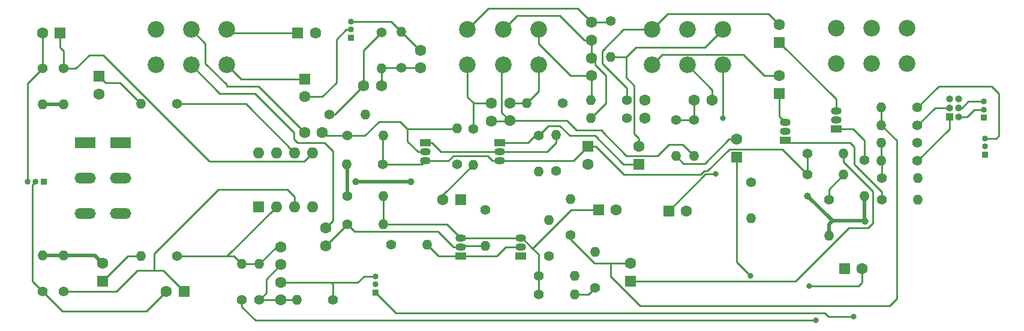
<source format=gbr>
%TF.GenerationSoftware,KiCad,Pcbnew,(5.1.6-0-10_14)*%
%TF.CreationDate,2020-08-17T21:01:39+02:00*%
%TF.ProjectId,MIXER V2 PCB,4d495845-5220-4563-9220-5043422e6b69,rev?*%
%TF.SameCoordinates,Original*%
%TF.FileFunction,Copper,L2,Bot*%
%TF.FilePolarity,Positive*%
%FSLAX46Y46*%
G04 Gerber Fmt 4.6, Leading zero omitted, Abs format (unit mm)*
G04 Created by KiCad (PCBNEW (5.1.6-0-10_14)) date 2020-08-17 21:01:39*
%MOMM*%
%LPD*%
G01*
G04 APERTURE LIST*
%TA.AperFunction,ComponentPad*%
%ADD10R,1.000000X1.000000*%
%TD*%
%TA.AperFunction,ComponentPad*%
%ADD11O,1.000000X1.000000*%
%TD*%
%TA.AperFunction,ComponentPad*%
%ADD12C,0.850000*%
%TD*%
%TA.AperFunction,ComponentPad*%
%ADD13O,0.850000X0.850000*%
%TD*%
%TA.AperFunction,ComponentPad*%
%ADD14R,0.850000X0.850000*%
%TD*%
%TA.AperFunction,ComponentPad*%
%ADD15O,1.400000X1.400000*%
%TD*%
%TA.AperFunction,ComponentPad*%
%ADD16C,1.400000*%
%TD*%
%TA.AperFunction,ComponentPad*%
%ADD17C,1.600000*%
%TD*%
%TA.AperFunction,ComponentPad*%
%ADD18R,1.600000X1.600000*%
%TD*%
%TA.AperFunction,ComponentPad*%
%ADD19R,1.500000X1.050000*%
%TD*%
%TA.AperFunction,ComponentPad*%
%ADD20O,1.500000X1.050000*%
%TD*%
%TA.AperFunction,ComponentPad*%
%ADD21C,2.340000*%
%TD*%
%TA.AperFunction,ComponentPad*%
%ADD22O,1.600000X1.600000*%
%TD*%
%TA.AperFunction,ComponentPad*%
%ADD23R,3.000000X1.500000*%
%TD*%
%TA.AperFunction,ComponentPad*%
%ADD24O,3.000000X1.500000*%
%TD*%
%TA.AperFunction,ViaPad*%
%ADD25C,1.000000*%
%TD*%
%TA.AperFunction,ViaPad*%
%ADD26C,0.800000*%
%TD*%
%TA.AperFunction,Conductor*%
%ADD27C,0.250000*%
%TD*%
%TA.AperFunction,Conductor*%
%ADD28C,0.500000*%
%TD*%
G04 APERTURE END LIST*
D10*
%TO.P,SW3,1*%
%TO.N,Net-(R54-Pad1)*%
X232000000Y-50300000D03*
D11*
%TO.P,SW3,2*%
%TO.N,Net-(J4-Pad2)*%
X233270000Y-50300000D03*
%TO.P,SW3,3*%
%TO.N,Net-(R53-Pad1)*%
X232000000Y-49030000D03*
%TO.P,SW3,4*%
%TO.N,Net-(J4-Pad1)*%
X233270000Y-49030000D03*
%TO.P,SW3,5*%
%TO.N,N/C*%
X232000000Y-47760000D03*
%TO.P,SW3,6*%
X233270000Y-47760000D03*
%TD*%
D12*
%TO.P,J1,1*%
%TO.N,Net-(C24-Pad2)*%
X101873000Y-59500000D03*
D13*
%TO.P,J1,2*%
%TO.N,Net-(C23-Pad2)*%
X103000000Y-59500000D03*
D14*
%TO.P,J1,3*%
%TO.N,GND*%
X104159000Y-59500000D03*
%TD*%
D13*
%TO.P,SW2,3*%
%TO.N,Net-(C30-Pad1)*%
X147500000Y-36841000D03*
%TO.P,SW2,2*%
%TO.N,Net-(C32-Pad2)*%
X147500000Y-38000000D03*
D14*
%TO.P,SW2,1*%
%TO.N,Net-(RV3-Pad4)*%
X147500000Y-39127000D03*
%TD*%
%TO.P,SW1,1*%
%TO.N,Net-(RV3-Pad1)*%
X151000000Y-75127000D03*
D13*
%TO.P,SW1,2*%
%TO.N,Net-(C31-Pad2)*%
X151000000Y-74000000D03*
%TO.P,SW1,3*%
%TO.N,Net-(C29-Pad1)*%
X151000000Y-72841000D03*
%TD*%
D14*
%TO.P,J2,3*%
%TO.N,GND*%
X237000000Y-55659000D03*
D13*
%TO.P,J2,2*%
%TO.N,Net-(J2-Pad2)*%
X237000000Y-54500000D03*
D12*
%TO.P,J2,1*%
%TO.N,Net-(J2-Pad1)*%
X237000000Y-53373000D03*
%TD*%
%TO.P,J4,1*%
%TO.N,Net-(J4-Pad1)*%
X236900000Y-48173000D03*
D13*
%TO.P,J4,2*%
%TO.N,Net-(J4-Pad2)*%
X236900000Y-49300000D03*
D14*
%TO.P,J4,3*%
%TO.N,GND*%
X236900000Y-50459000D03*
%TD*%
D15*
%TO.P,R43,2*%
%TO.N,Net-(C21-Pad2)*%
X222420000Y-49000000D03*
D16*
%TO.P,R43,1*%
%TO.N,Net-(J2-Pad1)*%
X227500000Y-49000000D03*
%TD*%
D17*
%TO.P,C1,1*%
%TO.N,Net-(C1-Pad1)*%
X143500000Y-52500000D03*
%TO.P,C1,2*%
%TO.N,Net-(C1-Pad2)*%
X141000000Y-52500000D03*
%TD*%
%TO.P,C2,2*%
%TO.N,Net-(C2-Pad2)*%
X144000000Y-66000000D03*
%TO.P,C2,1*%
%TO.N,Net-(C2-Pad1)*%
X144000000Y-68500000D03*
%TD*%
%TO.P,C3,2*%
%TO.N,GND*%
X181000000Y-57000000D03*
D18*
%TO.P,C3,1*%
%TO.N,Net-(C3-Pad1)*%
X181000000Y-54500000D03*
%TD*%
D17*
%TO.P,C4,2*%
%TO.N,Net-(C4-Pad2)*%
X188200000Y-54500000D03*
D18*
%TO.P,C4,1*%
%TO.N,Net-(C4-Pad1)*%
X188200000Y-57000000D03*
%TD*%
D17*
%TO.P,C5,2*%
%TO.N,GND*%
X185000000Y-63500000D03*
D18*
%TO.P,C5,1*%
%TO.N,Net-(C5-Pad1)*%
X182500000Y-63500000D03*
%TD*%
D17*
%TO.P,C6,2*%
%TO.N,Net-(C6-Pad2)*%
X160500000Y-62000000D03*
D18*
%TO.P,C6,1*%
%TO.N,Net-(C6-Pad1)*%
X163000000Y-62000000D03*
%TD*%
D17*
%TO.P,C7,1*%
%TO.N,Net-(C7-Pad1)*%
X181500000Y-37000000D03*
%TO.P,C7,2*%
%TO.N,Net-(C11-Pad2)*%
X181500000Y-39500000D03*
%TD*%
%TO.P,C8,1*%
%TO.N,Net-(C8-Pad1)*%
X167334999Y-48400000D03*
%TO.P,C8,2*%
%TO.N,Net-(C12-Pad2)*%
X167334999Y-50900000D03*
%TD*%
%TO.P,C9,1*%
%TO.N,Net-(C9-Pad1)*%
X189000000Y-50500000D03*
%TO.P,C9,2*%
%TO.N,Net-(C9-Pad2)*%
X189000000Y-48000000D03*
%TD*%
%TO.P,C10,1*%
%TO.N,Net-(C10-Pad1)*%
X196000000Y-48000000D03*
%TO.P,C10,2*%
%TO.N,Net-(C10-Pad2)*%
X198500000Y-48000000D03*
%TD*%
%TO.P,C11,2*%
%TO.N,Net-(C11-Pad2)*%
X181500000Y-42000000D03*
%TO.P,C11,1*%
%TO.N,Net-(C11-Pad1)*%
X181500000Y-44500000D03*
%TD*%
%TO.P,C12,2*%
%TO.N,Net-(C12-Pad2)*%
X169950000Y-50850000D03*
%TO.P,C12,1*%
%TO.N,Net-(C12-Pad1)*%
X169950000Y-48350000D03*
%TD*%
D18*
%TO.P,C15,1*%
%TO.N,Net-(C15-Pad1)*%
X217200000Y-71800000D03*
D17*
%TO.P,C15,2*%
%TO.N,Net-(C15-Pad2)*%
X219700000Y-71800000D03*
%TD*%
%TO.P,C16,2*%
%TO.N,Net-(C16-Pad2)*%
X202000000Y-53500000D03*
D18*
%TO.P,C16,1*%
%TO.N,Net-(C16-Pad1)*%
X202000000Y-56000000D03*
%TD*%
%TO.P,C17,1*%
%TO.N,Net-(C17-Pad1)*%
X208000000Y-39800000D03*
D17*
%TO.P,C17,2*%
%TO.N,Net-(C17-Pad2)*%
X208000000Y-37300000D03*
%TD*%
D18*
%TO.P,C18,1*%
%TO.N,Net-(C18-Pad1)*%
X208000000Y-47000000D03*
D17*
%TO.P,C18,2*%
%TO.N,Net-(C18-Pad2)*%
X208000000Y-44500000D03*
%TD*%
D18*
%TO.P,C21,1*%
%TO.N,Net-(C17-Pad1)*%
X187000000Y-73500000D03*
D17*
%TO.P,C21,2*%
%TO.N,Net-(C21-Pad2)*%
X187000000Y-71000000D03*
%TD*%
D18*
%TO.P,C22,1*%
%TO.N,Net-(C18-Pad1)*%
X192400000Y-63600000D03*
D17*
%TO.P,C22,2*%
%TO.N,Net-(C22-Pad2)*%
X194900000Y-63600000D03*
%TD*%
D18*
%TO.P,C23,1*%
%TO.N,Net-(C23-Pad1)*%
X124000000Y-75000000D03*
D17*
%TO.P,C23,2*%
%TO.N,Net-(C23-Pad2)*%
X121500000Y-75000000D03*
%TD*%
%TO.P,C24,2*%
%TO.N,Net-(C24-Pad2)*%
X104000000Y-38500000D03*
D18*
%TO.P,C24,1*%
%TO.N,Net-(C24-Pad1)*%
X106500000Y-38500000D03*
%TD*%
%TO.P,C25,1*%
%TO.N,Net-(C25-Pad1)*%
X112500000Y-73500000D03*
D17*
%TO.P,C25,2*%
%TO.N,GND*%
X112500000Y-71000000D03*
%TD*%
%TO.P,C26,2*%
%TO.N,GND*%
X112000000Y-47100000D03*
D18*
%TO.P,C26,1*%
%TO.N,Net-(C26-Pad1)*%
X112000000Y-44600000D03*
%TD*%
D17*
%TO.P,C27,2*%
%TO.N,Net-(C27-Pad2)*%
X137650000Y-68700000D03*
%TO.P,C27,1*%
%TO.N,Net-(C27-Pad1)*%
X137650000Y-71200000D03*
%TD*%
%TO.P,C28,1*%
%TO.N,Net-(C28-Pad1)*%
X151850000Y-45900000D03*
%TO.P,C28,2*%
%TO.N,Net-(C28-Pad2)*%
X149350000Y-45900000D03*
%TD*%
%TO.P,C29,1*%
%TO.N,Net-(C29-Pad1)*%
X137650000Y-73700000D03*
%TO.P,C29,2*%
%TO.N,Net-(C27-Pad1)*%
X137650000Y-76200000D03*
%TD*%
%TO.P,C30,2*%
%TO.N,Net-(C28-Pad1)*%
X157350000Y-43400000D03*
%TO.P,C30,1*%
%TO.N,Net-(C30-Pad1)*%
X157350000Y-40900000D03*
%TD*%
%TO.P,C31,2*%
%TO.N,Net-(C31-Pad2)*%
X142500000Y-38500000D03*
D18*
%TO.P,C31,1*%
%TO.N,Net-(C31-Pad1)*%
X140000000Y-38500000D03*
%TD*%
%TO.P,C32,1*%
%TO.N,Net-(C32-Pad1)*%
X141000000Y-45000000D03*
D17*
%TO.P,C32,2*%
%TO.N,Net-(C32-Pad2)*%
X141000000Y-47500000D03*
%TD*%
D19*
%TO.P,Q1,1*%
%TO.N,Net-(Q1-Pad1)*%
X158000000Y-54000000D03*
D20*
%TO.P,Q1,3*%
%TO.N,Net-(C3-Pad1)*%
X158000000Y-56540000D03*
%TO.P,Q1,2*%
%TO.N,Net-(C1-Pad1)*%
X158000000Y-55270000D03*
%TD*%
%TO.P,Q2,2*%
%TO.N,Net-(C2-Pad1)*%
X163000000Y-68730000D03*
%TO.P,Q2,3*%
%TO.N,Net-(C5-Pad1)*%
X163000000Y-67460000D03*
D19*
%TO.P,Q2,1*%
%TO.N,Net-(Q2-Pad1)*%
X163000000Y-70000000D03*
%TD*%
D20*
%TO.P,Q3,2*%
%TO.N,Net-(Q1-Pad1)*%
X168500000Y-55270000D03*
%TO.P,Q3,3*%
%TO.N,Net-(C3-Pad1)*%
X168500000Y-56540000D03*
D19*
%TO.P,Q3,1*%
%TO.N,Net-(C4-Pad1)*%
X168500000Y-54000000D03*
%TD*%
%TO.P,Q4,1*%
%TO.N,Net-(C6-Pad1)*%
X171500000Y-70000000D03*
D20*
%TO.P,Q4,3*%
%TO.N,Net-(C5-Pad1)*%
X171500000Y-67460000D03*
%TO.P,Q4,2*%
%TO.N,Net-(Q2-Pad1)*%
X171500000Y-68730000D03*
%TD*%
D19*
%TO.P,Q5,1*%
%TO.N,Net-(Q5-Pad1)*%
X216000000Y-52000000D03*
D20*
%TO.P,Q5,3*%
%TO.N,Net-(C17-Pad1)*%
X216000000Y-49460000D03*
%TO.P,Q5,2*%
%TO.N,Net-(C15-Pad1)*%
X216000000Y-50730000D03*
%TD*%
%TO.P,Q6,2*%
%TO.N,Net-(C16-Pad1)*%
X208800000Y-52330000D03*
%TO.P,Q6,3*%
%TO.N,Net-(C18-Pad1)*%
X208800000Y-51060000D03*
D19*
%TO.P,Q6,1*%
%TO.N,Net-(Q6-Pad1)*%
X208800000Y-53600000D03*
%TD*%
D16*
%TO.P,R1,1*%
%TO.N,Net-(C3-Pad1)*%
X152000000Y-57000000D03*
D15*
%TO.P,R1,2*%
%TO.N,+15V*%
X146920000Y-57000000D03*
%TD*%
%TO.P,R2,2*%
%TO.N,Net-(C3-Pad1)*%
X152080000Y-53000000D03*
D16*
%TO.P,R2,1*%
%TO.N,Net-(C1-Pad1)*%
X147000000Y-53000000D03*
%TD*%
%TO.P,R3,1*%
%TO.N,GND*%
X162500000Y-57000000D03*
D15*
%TO.P,R3,2*%
%TO.N,Net-(C1-Pad1)*%
X162500000Y-51920000D03*
%TD*%
D16*
%TO.P,R4,1*%
%TO.N,Net-(C2-Pad1)*%
X147000000Y-65500000D03*
D15*
%TO.P,R4,2*%
%TO.N,Net-(C5-Pad1)*%
X152080000Y-65500000D03*
%TD*%
D16*
%TO.P,R5,1*%
%TO.N,GND*%
X166500000Y-63500000D03*
D15*
%TO.P,R5,2*%
%TO.N,Net-(C2-Pad1)*%
X166500000Y-68580000D03*
%TD*%
%TO.P,R6,2*%
%TO.N,Net-(C5-Pad1)*%
X152080000Y-61500000D03*
D16*
%TO.P,R6,1*%
%TO.N,+15V*%
X147000000Y-61500000D03*
%TD*%
D15*
%TO.P,R7,2*%
%TO.N,Net-(Q1-Pad1)*%
X176500000Y-52920000D03*
D16*
%TO.P,R7,1*%
%TO.N,GND*%
X176500000Y-58000000D03*
%TD*%
D15*
%TO.P,R8,2*%
%TO.N,Net-(Q2-Pad1)*%
X158280000Y-68400000D03*
D16*
%TO.P,R8,1*%
%TO.N,GND*%
X153200000Y-68400000D03*
%TD*%
%TO.P,R9,1*%
%TO.N,Net-(C4-Pad1)*%
X174000000Y-53000000D03*
D15*
%TO.P,R9,2*%
%TO.N,GND*%
X174000000Y-58080000D03*
%TD*%
D16*
%TO.P,R10,1*%
%TO.N,Net-(C6-Pad1)*%
X175500000Y-70000000D03*
D15*
%TO.P,R10,2*%
%TO.N,GND*%
X175500000Y-64920000D03*
%TD*%
%TO.P,R11,2*%
%TO.N,Net-(C4-Pad2)*%
X184200000Y-41880000D03*
D16*
%TO.P,R11,1*%
%TO.N,Net-(C7-Pad1)*%
X184200000Y-36800000D03*
%TD*%
D15*
%TO.P,R12,2*%
%TO.N,Net-(C6-Pad2)*%
X164800000Y-57080000D03*
D16*
%TO.P,R12,1*%
%TO.N,Net-(C8-Pad1)*%
X164800000Y-52000000D03*
%TD*%
D15*
%TO.P,R13,2*%
%TO.N,Net-(C11-Pad2)*%
X181420000Y-50500000D03*
D16*
%TO.P,R13,1*%
%TO.N,Net-(C9-Pad1)*%
X186500000Y-50500000D03*
%TD*%
%TO.P,R14,1*%
%TO.N,Net-(C10-Pad1)*%
X196000000Y-50800000D03*
D15*
%TO.P,R14,2*%
%TO.N,Net-(C12-Pad2)*%
X196000000Y-55880000D03*
%TD*%
D16*
%TO.P,R15,1*%
%TO.N,Net-(C9-Pad1)*%
X204000000Y-59600000D03*
D15*
%TO.P,R15,2*%
%TO.N,Net-(C15-Pad2)*%
X204000000Y-64680000D03*
%TD*%
D16*
%TO.P,R16,1*%
%TO.N,Net-(C10-Pad1)*%
X193400000Y-50800000D03*
D15*
%TO.P,R16,2*%
%TO.N,Net-(C16-Pad2)*%
X193400000Y-55880000D03*
%TD*%
D16*
%TO.P,R17,1*%
%TO.N,Net-(C17-Pad2)*%
X186500000Y-48000000D03*
D15*
%TO.P,R17,2*%
%TO.N,Net-(C11-Pad1)*%
X181420000Y-48000000D03*
%TD*%
D16*
%TO.P,R18,1*%
%TO.N,Net-(C18-Pad2)*%
X177450000Y-48350000D03*
D15*
%TO.P,R18,2*%
%TO.N,Net-(C12-Pad1)*%
X172370000Y-48350000D03*
%TD*%
%TO.P,R19,2*%
%TO.N,Net-(C15-Pad1)*%
X217080000Y-58500000D03*
D16*
%TO.P,R19,1*%
%TO.N,Net-(C3-Pad1)*%
X212000000Y-58500000D03*
%TD*%
D15*
%TO.P,R20,2*%
%TO.N,GND*%
X215000000Y-67080000D03*
D16*
%TO.P,R20,1*%
%TO.N,Net-(C15-Pad1)*%
X215000000Y-62000000D03*
%TD*%
%TO.P,R21,1*%
%TO.N,Net-(C5-Pad1)*%
X174000000Y-75400000D03*
D15*
%TO.P,R21,2*%
%TO.N,Net-(C16-Pad1)*%
X179080000Y-75400000D03*
%TD*%
D16*
%TO.P,R22,1*%
%TO.N,Net-(C16-Pad1)*%
X182000000Y-74500000D03*
D15*
%TO.P,R22,2*%
%TO.N,GND*%
X182000000Y-69420000D03*
%TD*%
%TO.P,R23,2*%
%TO.N,Net-(C17-Pad1)*%
X217080000Y-55500000D03*
D16*
%TO.P,R23,1*%
%TO.N,Net-(C3-Pad1)*%
X212000000Y-55500000D03*
%TD*%
%TO.P,R24,1*%
%TO.N,Net-(Q5-Pad1)*%
X220000000Y-56400000D03*
D15*
%TO.P,R24,2*%
%TO.N,GND*%
X220000000Y-61480000D03*
%TD*%
%TO.P,R25,2*%
%TO.N,Net-(C18-Pad1)*%
X179080000Y-72800000D03*
D16*
%TO.P,R25,1*%
%TO.N,Net-(C5-Pad1)*%
X174000000Y-72800000D03*
%TD*%
D15*
%TO.P,R26,2*%
%TO.N,GND*%
X227580000Y-62000000D03*
D16*
%TO.P,R26,1*%
%TO.N,Net-(Q6-Pad1)*%
X222500000Y-62000000D03*
%TD*%
D15*
%TO.P,R27,2*%
%TO.N,GND*%
X178500000Y-61920000D03*
D16*
%TO.P,R27,1*%
%TO.N,Net-(C21-Pad2)*%
X178500000Y-67000000D03*
%TD*%
D15*
%TO.P,R28,2*%
%TO.N,GND*%
X227580000Y-59000000D03*
D16*
%TO.P,R28,1*%
%TO.N,Net-(C22-Pad2)*%
X222500000Y-59000000D03*
%TD*%
D15*
%TO.P,R31,2*%
%TO.N,GND*%
X104000000Y-69920000D03*
D16*
%TO.P,R31,1*%
%TO.N,Net-(C23-Pad2)*%
X104000000Y-75000000D03*
%TD*%
D15*
%TO.P,R32,2*%
%TO.N,GND*%
X104000000Y-48580000D03*
D16*
%TO.P,R32,1*%
%TO.N,Net-(C24-Pad2)*%
X104000000Y-43500000D03*
%TD*%
%TO.P,R33,1*%
%TO.N,Net-(C23-Pad1)*%
X107000000Y-75000000D03*
D15*
%TO.P,R33,2*%
%TO.N,GND*%
X107000000Y-69920000D03*
%TD*%
D16*
%TO.P,R34,1*%
%TO.N,Net-(C24-Pad1)*%
X107000000Y-43500000D03*
D15*
%TO.P,R34,2*%
%TO.N,GND*%
X107000000Y-48580000D03*
%TD*%
%TO.P,R35,2*%
%TO.N,Net-(C25-Pad1)*%
X117920000Y-70000000D03*
D16*
%TO.P,R35,1*%
%TO.N,Net-(C27-Pad2)*%
X123000000Y-70000000D03*
%TD*%
D15*
%TO.P,R36,2*%
%TO.N,Net-(C26-Pad1)*%
X117920000Y-48500000D03*
D16*
%TO.P,R36,1*%
%TO.N,Net-(C28-Pad2)*%
X123000000Y-48500000D03*
%TD*%
%TO.P,R37,1*%
%TO.N,Net-(C27-Pad1)*%
X134600000Y-76190000D03*
D15*
%TO.P,R37,2*%
%TO.N,Net-(C27-Pad2)*%
X134600000Y-71110000D03*
%TD*%
D16*
%TO.P,R38,1*%
%TO.N,Net-(R38-Pad1)*%
X132150000Y-76200000D03*
D15*
%TO.P,R38,2*%
%TO.N,Net-(C27-Pad2)*%
X132150000Y-71120000D03*
%TD*%
D16*
%TO.P,R39,1*%
%TO.N,Net-(C28-Pad2)*%
X151850000Y-38400000D03*
D15*
%TO.P,R39,2*%
%TO.N,Net-(C28-Pad1)*%
X151850000Y-43480000D03*
%TD*%
D16*
%TO.P,R40,1*%
%TO.N,Net-(C28-Pad2)*%
X144500000Y-50000000D03*
D15*
%TO.P,R40,2*%
%TO.N,Net-(R40-Pad2)*%
X149580000Y-50000000D03*
%TD*%
%TO.P,R41,2*%
%TO.N,Net-(C27-Pad1)*%
X139920000Y-76200000D03*
D16*
%TO.P,R41,1*%
%TO.N,Net-(C29-Pad1)*%
X145000000Y-76200000D03*
%TD*%
D15*
%TO.P,R42,2*%
%TO.N,Net-(C30-Pad1)*%
X154675001Y-38344999D03*
D16*
%TO.P,R42,1*%
%TO.N,Net-(C28-Pad1)*%
X154675001Y-43424999D03*
%TD*%
%TO.P,R44,1*%
%TO.N,Net-(J2-Pad2)*%
X227500000Y-54000000D03*
D15*
%TO.P,R44,2*%
%TO.N,Net-(C22-Pad2)*%
X222420000Y-54000000D03*
%TD*%
D21*
%TO.P,RV1,4*%
%TO.N,Net-(C12-Pad1)*%
X174000000Y-43000000D03*
%TO.P,RV1,5*%
%TO.N,Net-(C12-Pad2)*%
X169000000Y-43000000D03*
%TO.P,RV1,6*%
%TO.N,Net-(C8-Pad1)*%
X164000000Y-43000000D03*
%TO.P,RV1,1*%
%TO.N,Net-(C11-Pad1)*%
X174000000Y-38000000D03*
%TO.P,RV1,2*%
%TO.N,Net-(C11-Pad2)*%
X169000000Y-38000000D03*
%TO.P,RV1,3*%
%TO.N,Net-(C7-Pad1)*%
X164000000Y-38000000D03*
%TD*%
%TO.P,RV2,3*%
%TO.N,Net-(C17-Pad2)*%
X190000000Y-38000000D03*
%TO.P,RV2,2*%
%TO.N,Net-(C9-Pad2)*%
X195000000Y-38000000D03*
%TO.P,RV2,1*%
%TO.N,Net-(C4-Pad2)*%
X200000000Y-38000000D03*
%TO.P,RV2,6*%
%TO.N,Net-(C18-Pad2)*%
X190000000Y-43000000D03*
%TO.P,RV2,5*%
%TO.N,Net-(C10-Pad2)*%
X195000000Y-43000000D03*
%TO.P,RV2,4*%
%TO.N,Net-(C6-Pad2)*%
X200000000Y-43000000D03*
%TD*%
%TO.P,RV3,4*%
%TO.N,Net-(RV3-Pad4)*%
X226000000Y-42800000D03*
%TO.P,RV3,5*%
X221000000Y-42800000D03*
%TO.P,RV3,6*%
%TO.N,Net-(R40-Pad2)*%
X216000000Y-42800000D03*
%TO.P,RV3,1*%
%TO.N,Net-(RV3-Pad1)*%
X226000000Y-37800000D03*
%TO.P,RV3,2*%
X221000000Y-37800000D03*
%TO.P,RV3,3*%
%TO.N,Net-(R38-Pad1)*%
X216000000Y-37800000D03*
%TD*%
%TO.P,RV4,3*%
%TO.N,GND*%
X120000000Y-38000000D03*
%TO.P,RV4,2*%
%TO.N,Net-(C1-Pad2)*%
X125000000Y-38000000D03*
%TO.P,RV4,1*%
%TO.N,Net-(C31-Pad1)*%
X130000000Y-38000000D03*
%TO.P,RV4,6*%
%TO.N,GND*%
X120000000Y-43000000D03*
%TO.P,RV4,5*%
%TO.N,Net-(C2-Pad2)*%
X125000000Y-43000000D03*
%TO.P,RV4,4*%
%TO.N,Net-(C32-Pad1)*%
X130000000Y-43000000D03*
%TD*%
D18*
%TO.P,U1,1*%
%TO.N,Net-(C31-Pad2)*%
X134500000Y-63000000D03*
D22*
%TO.P,U1,5*%
%TO.N,Net-(C24-Pad1)*%
X142120000Y-55380000D03*
%TO.P,U1,2*%
%TO.N,Net-(C27-Pad2)*%
X137040000Y-63000000D03*
%TO.P,U1,6*%
%TO.N,Net-(C28-Pad2)*%
X139580000Y-55380000D03*
%TO.P,U1,3*%
%TO.N,Net-(C23-Pad1)*%
X139580000Y-63000000D03*
%TO.P,U1,7*%
%TO.N,Net-(C32-Pad2)*%
X137040000Y-55380000D03*
%TO.P,U1,4*%
%TO.N,-15V*%
X142120000Y-63000000D03*
%TO.P,U1,8*%
%TO.N,+15V*%
X134500000Y-55380000D03*
%TD*%
D23*
%TO.P,J3,1*%
%TO.N,GND*%
X115000000Y-54000000D03*
X110000000Y-54000000D03*
D24*
%TO.P,J3,2*%
%TO.N,+15V*%
X115000000Y-59000000D03*
X110000000Y-59000000D03*
%TO.P,J3,3*%
%TO.N,-15V*%
X115000000Y-64000000D03*
X110000000Y-64000000D03*
%TD*%
D16*
%TO.P,R53,1*%
%TO.N,Net-(R53-Pad1)*%
X227500000Y-51500000D03*
D15*
%TO.P,R53,2*%
%TO.N,Net-(C21-Pad2)*%
X222420000Y-51500000D03*
%TD*%
%TO.P,R54,2*%
%TO.N,Net-(C22-Pad2)*%
X222420000Y-56500000D03*
D16*
%TO.P,R54,1*%
%TO.N,Net-(R54-Pad1)*%
X227500000Y-56500000D03*
%TD*%
D25*
%TO.N,GND*%
X148200000Y-59500000D03*
X156000000Y-59500000D03*
X212000000Y-61500000D03*
X220099991Y-65034496D03*
D26*
%TO.N,Net-(C6-Pad2)*%
X200000000Y-50500000D03*
%TO.N,Net-(C15-Pad2)*%
X212200000Y-74200000D03*
%TO.N,Net-(C16-Pad1)*%
X203959329Y-72774990D03*
%TO.N,Net-(C18-Pad1)*%
X199000000Y-58400000D03*
%TO.N,Net-(R38-Pad1)*%
X213165900Y-79049989D03*
%TO.N,Net-(RV3-Pad1)*%
X218504999Y-78495001D03*
%TD*%
D27*
%TO.N,Net-(C1-Pad1)*%
X144000000Y-53000000D02*
X143500000Y-52500000D01*
X147000000Y-53000000D02*
X144000000Y-53000000D01*
X147000000Y-53000000D02*
X149500000Y-53000000D01*
X149500000Y-53000000D02*
X151500000Y-51000000D01*
X151500000Y-51000000D02*
X154500000Y-51000000D01*
X154500000Y-51000000D02*
X155500000Y-52000000D01*
X157000000Y-55270000D02*
X155500000Y-53770000D01*
X158000000Y-55270000D02*
X157000000Y-55270000D01*
X155500000Y-53770000D02*
X155500000Y-52000000D01*
X162420000Y-52000000D02*
X162500000Y-51920000D01*
X155500000Y-52000000D02*
X162420000Y-52000000D01*
%TO.N,Net-(C1-Pad2)*%
X141000000Y-52500000D02*
X134500000Y-46000000D01*
X134500000Y-46000000D02*
X130000000Y-46000000D01*
X130000000Y-45787398D02*
X127000000Y-42787398D01*
X130000000Y-46000000D02*
X130000000Y-45787398D01*
X127000000Y-40000000D02*
X125000000Y-38000000D01*
X127000000Y-42787398D02*
X127000000Y-40000000D01*
%TO.N,Net-(C2-Pad2)*%
X125000000Y-43000000D02*
X129000000Y-47000000D01*
X129000000Y-47000000D02*
X134000000Y-47000000D01*
X134000000Y-47000000D02*
X139500000Y-52500000D01*
X139500000Y-52500000D02*
X139500000Y-53500000D01*
X139500000Y-53500000D02*
X140000000Y-54000000D01*
X145000000Y-65000000D02*
X144000000Y-66000000D01*
X140000000Y-54000000D02*
X143800000Y-54000000D01*
X143800000Y-54000000D02*
X145000000Y-55200000D01*
X145000000Y-55200000D02*
X145000000Y-65000000D01*
%TO.N,Net-(C2-Pad1)*%
X147000000Y-65500000D02*
X144000000Y-68500000D01*
X148025001Y-66525001D02*
X159795001Y-66525001D01*
X162000000Y-68730000D02*
X163000000Y-68730000D01*
X159795001Y-66525001D02*
X162000000Y-68730000D01*
X147000000Y-65500000D02*
X148025001Y-66525001D01*
X163150000Y-68580000D02*
X163000000Y-68730000D01*
X166500000Y-68580000D02*
X163150000Y-68580000D01*
D28*
%TO.N,GND*%
X111420000Y-69920000D02*
X112500000Y-71000000D01*
X107000000Y-69920000D02*
X111420000Y-69920000D01*
X104000000Y-69920000D02*
X107000000Y-69920000D01*
X104000000Y-48580000D02*
X107000000Y-48580000D01*
X153374999Y-68574999D02*
X153200000Y-68400000D01*
X212000000Y-61500000D02*
X215500000Y-65000000D01*
X215000000Y-65500000D02*
X215500000Y-65000000D01*
X215000000Y-67080000D02*
X215000000Y-65500000D01*
X215500000Y-65000000D02*
X216600000Y-65000000D01*
X220000000Y-65000000D02*
X220034496Y-65034496D01*
X220034496Y-65034496D02*
X220099991Y-65034496D01*
X216600000Y-65000000D02*
X220000000Y-65000000D01*
X220000000Y-64934505D02*
X220099991Y-65034496D01*
X220000000Y-61480000D02*
X220000000Y-64934505D01*
X148200000Y-59500000D02*
X156000000Y-59500000D01*
D27*
%TO.N,Net-(C3-Pad1)*%
X152000000Y-53080000D02*
X152080000Y-53000000D01*
X152000000Y-57000000D02*
X152000000Y-53080000D01*
X157540000Y-57000000D02*
X158000000Y-56540000D01*
X152000000Y-57000000D02*
X157540000Y-57000000D01*
X167500000Y-56540000D02*
X168500000Y-56540000D01*
X166834999Y-55874999D02*
X167500000Y-56540000D01*
X161959999Y-55874999D02*
X166834999Y-55874999D01*
X161294998Y-56540000D02*
X161959999Y-55874999D01*
X158000000Y-56540000D02*
X161294998Y-56540000D01*
X178960000Y-56540000D02*
X181000000Y-54500000D01*
X168500000Y-56540000D02*
X178960000Y-56540000D01*
X212000000Y-58500000D02*
X212000000Y-55500000D01*
X186050000Y-58500000D02*
X182050000Y-54500000D01*
X212000000Y-58500000D02*
X208374999Y-54874999D01*
X208374999Y-54874999D02*
X200939999Y-54874999D01*
X197413600Y-57949989D02*
X196863590Y-58500000D01*
X200939999Y-54874999D02*
X197865009Y-57949989D01*
X197865009Y-57949989D02*
X197413600Y-57949989D01*
X196863590Y-58500000D02*
X186050000Y-58500000D01*
X182050000Y-54500000D02*
X181000000Y-54500000D01*
%TO.N,Net-(C4-Pad2)*%
X186380000Y-41880000D02*
X187760000Y-40500000D01*
X197500000Y-40500000D02*
X200000000Y-38000000D01*
X187760000Y-40500000D02*
X197500000Y-40500000D01*
X184200000Y-41880000D02*
X186380000Y-41880000D01*
X188200000Y-54500000D02*
X188200000Y-53400000D01*
X187525001Y-52725001D02*
X187525001Y-45925001D01*
X188200000Y-53400000D02*
X187525001Y-52725001D01*
X186380000Y-44780000D02*
X186380000Y-41880000D01*
X187525001Y-45925001D02*
X186380000Y-44780000D01*
%TO.N,Net-(C4-Pad1)*%
X172500000Y-54000000D02*
X173500000Y-53000000D01*
X168500000Y-54000000D02*
X172500000Y-54000000D01*
X188200000Y-57000000D02*
X186000000Y-57000000D01*
X186000000Y-57000000D02*
X182000000Y-53000000D01*
X182000000Y-53000000D02*
X178400000Y-53000000D01*
X178400000Y-53000000D02*
X177000000Y-51600000D01*
X175400000Y-51600000D02*
X174000000Y-53000000D01*
X177000000Y-51600000D02*
X175400000Y-51600000D01*
%TO.N,Net-(C5-Pad1)*%
X152080000Y-65500000D02*
X152080000Y-61500000D01*
X161040000Y-65500000D02*
X163000000Y-67460000D01*
X152080000Y-65500000D02*
X161040000Y-65500000D01*
X171500000Y-67460000D02*
X169960000Y-67460000D01*
X169960000Y-67460000D02*
X170000000Y-67460000D01*
X163000000Y-67460000D02*
X169960000Y-67460000D01*
X171500000Y-67460000D02*
X171725000Y-67460000D01*
X178585002Y-63500000D02*
X173217502Y-68867500D01*
X182500000Y-63500000D02*
X178585002Y-63500000D01*
X173132500Y-68867500D02*
X174000000Y-69735000D01*
X173217502Y-68867500D02*
X173132500Y-68867500D01*
X171725000Y-67460000D02*
X173132500Y-68867500D01*
X174000000Y-69735000D02*
X174000000Y-72800000D01*
X174000000Y-75400000D02*
X174000000Y-72800000D01*
%TO.N,Net-(C6-Pad2)*%
X200000000Y-43000000D02*
X200000000Y-50500000D01*
X160500000Y-61380000D02*
X160500000Y-62000000D01*
X164800000Y-57080000D02*
X160500000Y-61380000D01*
%TO.N,Net-(C7-Pad1)*%
X181700000Y-36800000D02*
X181500000Y-37000000D01*
X179549991Y-35049991D02*
X166950009Y-35049991D01*
X166950009Y-35049991D02*
X164000000Y-38000000D01*
X181500000Y-37000000D02*
X179549991Y-35049991D01*
X184000000Y-37000000D02*
X184200000Y-36800000D01*
X181500000Y-37000000D02*
X184000000Y-37000000D01*
%TO.N,Net-(C11-Pad2)*%
X181500000Y-39500000D02*
X181500000Y-42000000D01*
X183500000Y-44500000D02*
X183500000Y-48420000D01*
X182000000Y-43000000D02*
X183500000Y-44500000D01*
X183500000Y-48420000D02*
X181420000Y-50500000D01*
X182000000Y-42500000D02*
X182000000Y-43000000D01*
X181500000Y-42000000D02*
X182000000Y-42500000D01*
X180500000Y-39500000D02*
X177000000Y-36000000D01*
X171000000Y-36000000D02*
X169000000Y-38000000D01*
X177000000Y-36000000D02*
X171000000Y-36000000D01*
X181500000Y-39500000D02*
X180500000Y-39500000D01*
%TO.N,Net-(C8-Pad1)*%
X164880000Y-48400000D02*
X164800000Y-48320000D01*
X167334999Y-48400000D02*
X164880000Y-48400000D01*
X164800000Y-43200000D02*
X165000000Y-43000000D01*
X164800000Y-48320000D02*
X164800000Y-52000000D01*
X164000000Y-47520000D02*
X164800000Y-48320000D01*
X164000000Y-43000000D02*
X164000000Y-47520000D01*
%TO.N,Net-(C12-Pad2)*%
X169900000Y-50900000D02*
X169950000Y-50850000D01*
X167334999Y-50900000D02*
X169900000Y-50900000D01*
X168824999Y-49724999D02*
X169950000Y-50850000D01*
X168824999Y-43175001D02*
X168824999Y-49724999D01*
X169000000Y-43000000D02*
X168824999Y-43175001D01*
X183000000Y-52374999D02*
X183000000Y-52200000D01*
X186425001Y-55800000D02*
X183000000Y-52374999D01*
X179400000Y-52200000D02*
X178050000Y-50850000D01*
X183000000Y-52200000D02*
X179400000Y-52200000D01*
X192400000Y-54200000D02*
X190800000Y-55800000D01*
X194320000Y-54200000D02*
X192400000Y-54200000D01*
X190800000Y-55800000D02*
X186425001Y-55800000D01*
X178050000Y-50850000D02*
X169950000Y-50850000D01*
X196000000Y-55880000D02*
X194320000Y-54200000D01*
%TO.N,Net-(C10-Pad1)*%
X193400000Y-50800000D02*
X196000000Y-50800000D01*
X196000000Y-48000000D02*
X196000000Y-50800000D01*
%TO.N,Net-(C10-Pad2)*%
X198500000Y-46500000D02*
X195000000Y-43000000D01*
X198500000Y-48000000D02*
X198500000Y-46500000D01*
%TO.N,Net-(C11-Pad1)*%
X181500000Y-44500000D02*
X178500000Y-44500000D01*
X181500000Y-47920000D02*
X181420000Y-48000000D01*
X181500000Y-44500000D02*
X181500000Y-47920000D01*
X174000000Y-38000000D02*
X174000000Y-40000000D01*
X174000000Y-40000000D02*
X178500000Y-44500000D01*
%TO.N,Net-(C12-Pad1)*%
X172370000Y-48350000D02*
X169950000Y-48350000D01*
X174000000Y-46720000D02*
X172370000Y-48350000D01*
X174000000Y-43000000D02*
X174000000Y-46720000D01*
%TO.N,Net-(C15-Pad1)*%
X215000000Y-60580000D02*
X217080000Y-58500000D01*
X215000000Y-62000000D02*
X215000000Y-60580000D01*
%TO.N,Net-(C15-Pad2)*%
X219200000Y-74200000D02*
X212200000Y-74200000D01*
X219700000Y-73700000D02*
X219200000Y-74200000D01*
X219700000Y-71800000D02*
X219700000Y-73700000D01*
%TO.N,Net-(C16-Pad2)*%
X193400000Y-55880000D02*
X194425001Y-56905001D01*
X194425001Y-56905001D02*
X197463629Y-56905001D01*
X200868630Y-53500000D02*
X202000000Y-53500000D01*
X197463629Y-56905001D02*
X200868630Y-53500000D01*
%TO.N,Net-(C16-Pad1)*%
X202000000Y-56000000D02*
X202000000Y-70815661D01*
X202000000Y-70815661D02*
X203959329Y-72774990D01*
X181100000Y-75400000D02*
X182000000Y-74500000D01*
X179080000Y-75400000D02*
X181100000Y-75400000D01*
%TO.N,Net-(C17-Pad1)*%
X187000000Y-73500000D02*
X210300000Y-73500000D01*
X217820918Y-65979082D02*
X220498082Y-65979082D01*
X210300000Y-73500000D02*
X217820918Y-65979082D01*
X216000000Y-47800000D02*
X216000000Y-49460000D01*
X208000000Y-39800000D02*
X216000000Y-47800000D01*
X221200000Y-65200000D02*
X221238582Y-65238582D01*
X220498082Y-65979082D02*
X221238582Y-65238582D01*
X221200000Y-60800000D02*
X221200000Y-65200000D01*
X217080000Y-56680000D02*
X221200000Y-60800000D01*
X217080000Y-55500000D02*
X217080000Y-56680000D01*
%TO.N,Net-(C17-Pad2)*%
X186000000Y-38000000D02*
X183000000Y-41000000D01*
X190000000Y-38000000D02*
X186000000Y-38000000D01*
X206500000Y-35800000D02*
X208000000Y-37300000D01*
X192200000Y-35800000D02*
X206500000Y-35800000D01*
X190000000Y-38000000D02*
X192200000Y-35800000D01*
X183000000Y-41000000D02*
X183000000Y-42800000D01*
X186500000Y-46300000D02*
X186500000Y-46500000D01*
X183000000Y-42800000D02*
X186500000Y-46300000D01*
X186500000Y-46500000D02*
X186500000Y-48000000D01*
%TO.N,Net-(C18-Pad1)*%
X199000000Y-58400000D02*
X197600000Y-58400000D01*
X197600000Y-58400000D02*
X192400000Y-63600000D01*
X208000000Y-50260000D02*
X208800000Y-51060000D01*
X208000000Y-47000000D02*
X208000000Y-50260000D01*
%TO.N,Net-(C18-Pad2)*%
X202904999Y-41504999D02*
X191495001Y-41504999D01*
X191495001Y-41504999D02*
X190000000Y-43000000D01*
X205900000Y-44500000D02*
X202904999Y-41504999D01*
X208000000Y-44500000D02*
X205900000Y-44500000D01*
%TO.N,Net-(C21-Pad2)*%
X178500000Y-67585002D02*
X178500000Y-67000000D01*
X181914998Y-71000000D02*
X178500000Y-67585002D01*
X222420000Y-51500000D02*
X224600000Y-53680000D01*
X224600000Y-53680000D02*
X224600000Y-76000000D01*
X224600000Y-76000000D02*
X223600000Y-77000000D01*
X188314998Y-77000000D02*
X184200000Y-72885002D01*
X223600000Y-77000000D02*
X188314998Y-77000000D01*
X184200000Y-72885002D02*
X184200000Y-71000000D01*
X184200000Y-71000000D02*
X181914998Y-71000000D01*
X187000000Y-71000000D02*
X184200000Y-71000000D01*
X222420000Y-49000000D02*
X222420000Y-51500000D01*
%TO.N,Net-(C22-Pad2)*%
X222420000Y-54000000D02*
X222420000Y-56500000D01*
X222500000Y-56580000D02*
X222420000Y-56500000D01*
X222500000Y-59000000D02*
X222500000Y-56580000D01*
%TO.N,Net-(C23-Pad1)*%
X139580000Y-63000000D02*
X139580000Y-61580000D01*
X139580000Y-61580000D02*
X138600000Y-60600000D01*
X138600000Y-60600000D02*
X128837002Y-60600000D01*
X121018501Y-72018501D02*
X124000000Y-75000000D01*
X114437002Y-75000000D02*
X117418501Y-72018501D01*
X107000000Y-75000000D02*
X114437002Y-75000000D01*
X119781499Y-72018501D02*
X119781499Y-69655503D01*
X119781499Y-69655503D02*
X127718501Y-61718501D01*
X128837002Y-60600000D02*
X127718501Y-61718501D01*
X117418501Y-72018501D02*
X119781499Y-72018501D01*
X127718501Y-61718501D02*
X127562003Y-61874999D01*
X119781499Y-72018501D02*
X121018501Y-72018501D01*
%TO.N,Net-(C23-Pad2)*%
X102575001Y-73575001D02*
X104000000Y-75000000D01*
X103000000Y-59500000D02*
X102874999Y-59625001D01*
X121500000Y-75000000D02*
X118700000Y-77800000D01*
X106800000Y-77800000D02*
X104000000Y-75000000D01*
X118700000Y-77800000D02*
X106800000Y-77800000D01*
X102575001Y-59924999D02*
X102575001Y-73575001D01*
X103000000Y-59500000D02*
X102575001Y-59924999D01*
%TO.N,Net-(C24-Pad2)*%
X104000000Y-43500000D02*
X104000000Y-38500000D01*
X101873000Y-45627000D02*
X101873000Y-59500000D01*
X104000000Y-43500000D02*
X101873000Y-45627000D01*
%TO.N,Net-(C24-Pad1)*%
X106500000Y-38500000D02*
X106500000Y-40500000D01*
X106500000Y-40500000D02*
X107000000Y-41000000D01*
X107000000Y-41000000D02*
X107000000Y-43500000D01*
X140894999Y-56605001D02*
X142120000Y-55380000D01*
X108700000Y-43500000D02*
X110600000Y-41600000D01*
X127542003Y-56605001D02*
X140894999Y-56605001D01*
X112537002Y-41600000D02*
X127542003Y-56605001D01*
X110600000Y-41600000D02*
X112537002Y-41600000D01*
X107000000Y-43500000D02*
X108700000Y-43500000D01*
%TO.N,Net-(C25-Pad1)*%
X116000000Y-70000000D02*
X112500000Y-73500000D01*
X117920000Y-70000000D02*
X116000000Y-70000000D01*
%TO.N,Net-(C26-Pad1)*%
X114920000Y-45500000D02*
X117920000Y-48500000D01*
X112900000Y-45500000D02*
X112000000Y-44600000D01*
X114920000Y-45500000D02*
X112900000Y-45500000D01*
%TO.N,Net-(C27-Pad2)*%
X130040000Y-70000000D02*
X137040000Y-63000000D01*
X123000000Y-70000000D02*
X130040000Y-70000000D01*
X131030000Y-70000000D02*
X132150000Y-71120000D01*
X130040000Y-70000000D02*
X131030000Y-70000000D01*
X134590000Y-71120000D02*
X134600000Y-71110000D01*
X132150000Y-71120000D02*
X134590000Y-71120000D01*
X137010000Y-68700000D02*
X137650000Y-68700000D01*
X134600000Y-71110000D02*
X137010000Y-68700000D01*
%TO.N,Net-(C27-Pad1)*%
X134610000Y-76200000D02*
X134600000Y-76190000D01*
X137650000Y-76200000D02*
X134610000Y-76200000D01*
X137650000Y-76200000D02*
X139920000Y-76200000D01*
X135600000Y-75190000D02*
X134600000Y-76190000D01*
X135600000Y-73250000D02*
X135600000Y-75190000D01*
X137650000Y-71200000D02*
X135600000Y-73250000D01*
%TO.N,Net-(C28-Pad1)*%
X154700000Y-43400000D02*
X154675001Y-43424999D01*
X157350000Y-43400000D02*
X154700000Y-43400000D01*
X151905001Y-43424999D02*
X151850000Y-43480000D01*
X154675001Y-43424999D02*
X151905001Y-43424999D01*
X151850000Y-43480000D02*
X151850000Y-45900000D01*
%TO.N,Net-(C28-Pad2)*%
X132700000Y-48500000D02*
X139580000Y-55380000D01*
X123000000Y-48500000D02*
X132700000Y-48500000D01*
X149350000Y-40900000D02*
X151850000Y-38400000D01*
X149350000Y-45900000D02*
X149350000Y-40900000D01*
X145250000Y-50000000D02*
X144500000Y-50000000D01*
X149350000Y-45900000D02*
X145250000Y-50000000D01*
%TO.N,Net-(C29-Pad1)*%
X144700000Y-73700000D02*
X145000000Y-74000000D01*
X145000000Y-74000000D02*
X145000000Y-76200000D01*
X137650000Y-73700000D02*
X144700000Y-73700000D01*
X149359000Y-72841000D02*
X151000000Y-72841000D01*
X148500000Y-73700000D02*
X149359000Y-72841000D01*
X144700000Y-73700000D02*
X148500000Y-73700000D01*
%TO.N,Net-(C30-Pad1)*%
X157230002Y-40900000D02*
X157350000Y-40900000D01*
X154675001Y-38344999D02*
X157230002Y-40900000D01*
X153171002Y-36841000D02*
X147500000Y-36841000D01*
X154675001Y-38344999D02*
X153171002Y-36841000D01*
%TO.N,Net-(C31-Pad1)*%
X130500000Y-38500000D02*
X130000000Y-38000000D01*
X140000000Y-38500000D02*
X130500000Y-38500000D01*
%TO.N,Net-(C32-Pad1)*%
X132000000Y-45000000D02*
X130000000Y-43000000D01*
X141000000Y-45000000D02*
X132000000Y-45000000D01*
%TO.N,Net-(C32-Pad2)*%
X143500000Y-47500000D02*
X141000000Y-47500000D01*
X145500000Y-45500000D02*
X143500000Y-47500000D01*
X145500000Y-39398960D02*
X145500000Y-45500000D01*
X146898960Y-38000000D02*
X145500000Y-39398960D01*
X147500000Y-38000000D02*
X146898960Y-38000000D01*
%TO.N,Net-(J2-Pad1)*%
X238627000Y-53373000D02*
X237000000Y-53373000D01*
X238000000Y-46000000D02*
X239000000Y-47000000D01*
X230500000Y-46000000D02*
X238000000Y-46000000D01*
X239000000Y-53000000D02*
X238627000Y-53373000D01*
X239000000Y-47000000D02*
X239000000Y-53000000D01*
X227500000Y-49000000D02*
X230500000Y-46000000D01*
%TO.N,Net-(Q1-Pad1)*%
X159000000Y-54000000D02*
X160270000Y-55270000D01*
X160270000Y-55270000D02*
X168500000Y-55270000D01*
X158000000Y-54000000D02*
X159000000Y-54000000D01*
X176500000Y-52920000D02*
X176500000Y-54000000D01*
X175230000Y-55270000D02*
X168500000Y-55270000D01*
X176500000Y-54000000D02*
X175230000Y-55270000D01*
%TO.N,Net-(Q2-Pad1)*%
X159880000Y-70000000D02*
X163000000Y-70000000D01*
X158280000Y-68400000D02*
X159880000Y-70000000D01*
X168139998Y-70000000D02*
X163000000Y-70000000D01*
X169409998Y-68730000D02*
X168139998Y-70000000D01*
X171500000Y-68730000D02*
X169409998Y-68730000D01*
%TO.N,Net-(Q5-Pad1)*%
X220000000Y-56400000D02*
X220000000Y-53600000D01*
X218400000Y-52000000D02*
X216000000Y-52000000D01*
X220000000Y-53600000D02*
X218400000Y-52000000D01*
%TO.N,Net-(Q6-Pad1)*%
X222500000Y-60900000D02*
X222500000Y-62000000D01*
X218600000Y-57000000D02*
X222500000Y-60900000D01*
X218600000Y-54600000D02*
X218600000Y-57000000D01*
X209200000Y-54000000D02*
X218000000Y-54000000D01*
X218000000Y-54000000D02*
X218600000Y-54600000D01*
X208800000Y-53600000D02*
X209200000Y-54000000D01*
D28*
%TO.N,+15V*%
X147000000Y-57080000D02*
X146920000Y-57000000D01*
X147000000Y-61500000D02*
X147000000Y-57080000D01*
D27*
%TO.N,Net-(R38-Pad1)*%
X213165900Y-79049989D02*
X134049989Y-79049989D01*
X132150000Y-77150000D02*
X132150000Y-76200000D01*
X134049989Y-79049989D02*
X132150000Y-77150000D01*
%TO.N,Net-(RV3-Pad1)*%
X153873000Y-78000000D02*
X151000000Y-75127000D01*
X214895001Y-78495001D02*
X214400000Y-78000000D01*
X214400000Y-78000000D02*
X153873000Y-78000000D01*
X218504999Y-78495001D02*
X214895001Y-78495001D01*
%TO.N,Net-(J4-Pad2)*%
X234500000Y-50300000D02*
X233270000Y-50300000D01*
X235500000Y-49300000D02*
X234500000Y-50300000D01*
X236900000Y-49300000D02*
X235500000Y-49300000D01*
%TO.N,Net-(J4-Pad1)*%
X236900000Y-48173000D02*
X234627000Y-48173000D01*
X233770000Y-49030000D02*
X233270000Y-49030000D01*
X234627000Y-48173000D02*
X233770000Y-49030000D01*
%TO.N,Net-(R53-Pad1)*%
X229970000Y-49030000D02*
X232000000Y-49030000D01*
X227500000Y-51500000D02*
X229970000Y-49030000D01*
%TO.N,Net-(R54-Pad1)*%
X232000000Y-52000000D02*
X232000000Y-50300000D01*
X227500000Y-56500000D02*
X232000000Y-52000000D01*
%TD*%
M02*

</source>
